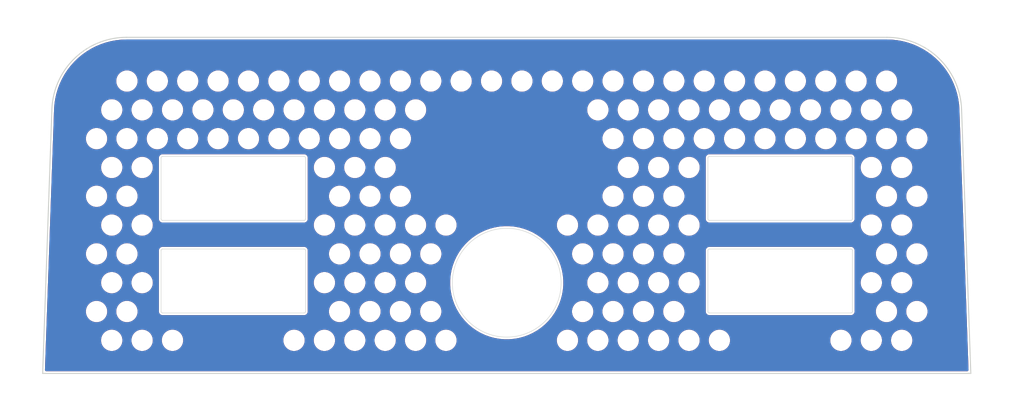
<source format=kicad_pcb>
(kicad_pcb (version 20241229) (generator "pcbnew") (generator_version "9.0")
  (layers (0 "F.Cu" signal) (2 "B.Cu" signal) (13 "F.Paste" user) (15 "B.Paste" user) (5 "F.SilkS" user "F.Silkscreen") (7 "B.SilkS" user "B.Silkscreen") (1 "F.Mask" user) (3 "B.Mask" user) (25 "Edge.Cuts" user))
  (net 0 "")
  (footprint "" (layer "F.Cu") (at 154.466 93.2)
    (property "Reference" "373" (hide yes))
    (property "Value" "")
    (pad "" np_thru_hole circle (at 0 0) (size 1.5 1.5) (drill 1.5) (layers "*.Cu" "*.Mask"))
  )
  (footprint "" (layer "F.Cu") (at 175.828 74.298)
    (property "Reference" "349" (hide yes))
    (property "Value" "")
    (pad "" np_thru_hole circle (at 0 0) (size 1.5 1.5) (drill 1.5) (layers "*.Cu" "*.Mask"))
  )
  (footprint "" (layer "F.Cu") (at 153.042 95.9)
    (property "Reference" "403" (hide yes))
    (property "Value" "")
    (pad "" np_thru_hole circle (at 0 0) (size 1.5 1.5) (drill 1.5) (layers "*.Cu" "*.Mask"))
  )
  (footprint "" (layer "F.Cu") (at 153.044 90.498)
    (property "Reference" "218" (hide yes))
    (property "Value" "")
    (pad "" np_thru_hole circle (at 0 0) (size 1.5 1.5) (drill 1.5) (layers "*.Cu" "*.Mask"))
  )
  (footprint "" (layer "F.Cu") (at 124.562 95.9)
    (property "Reference" "419" (hide yes))
    (property "Value" "")
    (pad "" np_thru_hole circle (at 0 0) (size 1.5 1.5) (drill 1.5) (layers "*.Cu" "*.Mask"))
  )
  (footprint "" (layer "F.Cu") (at 181.524 79.698)
    (property "Reference" "377" (hide yes))
    (property "Value" "")
    (pad "" np_thru_hole circle (at 0 0) (size 1.5 1.5) (drill 1.5) (layers "*.Cu" "*.Mask"))
  )
  (footprint "" (layer "F.Cu") (at 167.284 74.298)
    (property "Reference" "346" (hide yes))
    (property "Value" "")
    (pad "" np_thru_hole circle (at 0 0) (size 1.5 1.5) (drill 1.5) (layers "*.Cu" "*.Mask"))
  )
  (footprint "" (layer "F.Cu") (at 158.738 95.9)
    (property "Reference" "407" (hide yes))
    (property "Value" "")
    (pad "" np_thru_hole circle (at 0 0) (size 1.5 1.5) (drill 1.5) (layers "*.Cu" "*.Mask"))
  )
  (footprint "" (layer "F.Cu") (at 181.524 74.298)
    (property "Reference" "351" (hide yes))
    (property "Value" "")
    (pad "" np_thru_hole circle (at 0 0) (size 1.5 1.5) (drill 1.5) (layers "*.Cu" "*.Mask"))
  )
  (footprint "" (layer "F.Cu") (at 128.834 93.2)
    (property "Reference" "235" (hide yes))
    (property "Value" "")
    (pad "" np_thru_hole circle (at 0 0) (size 1.5 1.5) (drill 1.5) (layers "*.Cu" "*.Mask"))
  )
  (footprint "" (layer "F.Cu") (at 153.044 85.098)
    (property "Reference" "248" (hide yes))
    (property "Value" "")
    (pad "" np_thru_hole circle (at 0 0) (size 1.5 1.5) (drill 1.5) (layers "*.Cu" "*.Mask"))
  )
  (footprint "" (layer "F.Cu") (at 130.26 90.498)
    (property "Reference" "207" (hide yes))
    (property "Value" "")
    (pad "" np_thru_hole circle (at 0 0) (size 1.5 1.5) (drill 1.5) (layers "*.Cu" "*.Mask"))
  )
  (footprint "" (layer "F.Cu") (at 120.292 71.598)
    (property "Reference" "315" (hide yes))
    (property "Value" "")
    (pad "" np_thru_hole circle (at 0 0) (size 1.5 1.5) (drill 1.5) (layers "*.Cu" "*.Mask"))
  )
  (footprint "" (layer "F.Cu") (at 182.948 82.398)
    (property "Reference" "415" (hide yes))
    (property "Value" "")
    (pad "" np_thru_hole circle (at 0 0) (size 1.5 1.5) (drill 1.5) (layers "*.Cu" "*.Mask"))
  )
  (footprint "" (layer "F.Cu") (at 127.412 85.098)
    (property "Reference" "238" (hide yes))
    (property "Value" "")
    (pad "" np_thru_hole circle (at 0 0) (size 1.5 1.5) (drill 1.5) (layers "*.Cu" "*.Mask"))
  )
  (footprint "" (layer "F.Cu") (at 180.1 71.598)
    (property "Reference" "337" (hide yes))
    (property "Value" "")
    (pad "" np_thru_hole circle (at 0 0) (size 1.5 1.5) (drill 1.5) (layers "*.Cu" "*.Mask"))
  )
  (footprint "" (layer "F.Cu") (at 118.868 74.298)
    (property "Reference" "301" (hide yes))
    (property "Value" "")
    (pad "" np_thru_hole circle (at 0 0) (size 1.5 1.5) (drill 1.5) (layers "*.Cu" "*.Mask"))
  )
  (footprint "" (layer "F.Cu") (at 107.476 74.298)
    (property "Reference" "305" (hide yes))
    (property "Value" "")
    (pad "" np_thru_hole circle (at 0 0) (size 1.5 1.5) (drill 1.5) (layers "*.Cu" "*.Mask"))
  )
  (footprint "" (layer "F.Cu") (at 106.052 87.798)
    (property "Reference" "230" (hide yes))
    (property "Value" "")
    (pad "" np_thru_hole circle (at 0 0) (size 1.5 1.5) (drill 1.5) (layers "*.Cu" "*.Mask"))
  )
  (footprint "" (layer "F.Cu") (at 153.044 74.298)
    (property "Reference" "341" (hide yes))
    (property "Value" "")
    (pad "" np_thru_hole circle (at 0 0) (size 1.5 1.5) (drill 1.5) (layers "*.Cu" "*.Mask"))
  )
  (footprint "" (layer "F.Cu") (at 133.108 79.698)
    (property "Reference" "266" (hide yes))
    (property "Value" "")
    (pad "" np_thru_hole circle (at 0 0) (size 1.5 1.5) (drill 1.5) (layers "*.Cu" "*.Mask"))
  )
  (footprint "" (layer "F.Cu") (at 130.258 95.9)
    (property "Reference" "395" (hide yes))
    (property "Value" "")
    (pad "" np_thru_hole circle (at 0 0) (size 1.5 1.5) (drill 1.5) (layers "*.Cu" "*.Mask"))
  )
  (footprint "" (layer "F.Cu") (at 131.684 71.598)
    (property "Reference" "311" (hide yes))
    (property "Value" "")
    (pad "" np_thru_hole circle (at 0 0) (size 1.5 1.5) (drill 1.5) (layers "*.Cu" "*.Mask"))
  )
  (footprint "" (layer "F.Cu") (at 178.674 95.9)
    (property "Reference" "422" (hide yes))
    (property "Value" "")
    (pad "" np_thru_hole circle (at 0 0) (size 1.5 1.5) (drill 1.5) (layers "*.Cu" "*.Mask"))
  )
  (footprint "" (layer "F.Cu") (at 155.892 90.498)
    (property "Reference" "219" (hide yes))
    (property "Value" "")
    (pad "" np_thru_hole circle (at 0 0) (size 1.5 1.5) (drill 1.5) (layers "*.Cu" "*.Mask"))
  )
  (footprint "" (layer "F.Cu") (at 107.474 95.9)
    (property "Reference" "429" (hide yes))
    (property "Value" "")
    (pad "" np_thru_hole circle (at 0 0) (size 1.5 1.5) (drill 1.5) (layers "*.Cu" "*.Mask"))
  )
  (footprint "" (layer "F.Cu") (at 117.444 76.998)
    (property "Reference" "286" (hide yes))
    (property "Value" "")
    (pad "" np_thru_hole circle (at 0 0) (size 1.5 1.5) (drill 1.5) (layers "*.Cu" "*.Mask"))
  )
  (footprint "" (layer "F.Cu") (at 135.956 74.298)
    (property "Reference" "307" (hide yes))
    (property "Value" "")
    (pad "" np_thru_hole circle (at 0 0) (size 1.5 1.5) (drill 1.5) (layers "*.Cu" "*.Mask"))
  )
  (footprint "" (layer "F.Cu") (at 182.948 87.798)
    (property "Reference" "413" (hide yes))
    (property "Value" "")
    (pad "" np_thru_hole circle (at 0 0) (size 1.5 1.5) (drill 1.5) (layers "*.Cu" "*.Mask"))
  )
  (footprint "" (layer "F.Cu") (at 107.476 90.498)
    (property "Reference" "215" (hide yes))
    (property "Value" "")
    (pad "" np_thru_hole circle (at 0 0) (size 1.5 1.5) (drill 1.5) (layers "*.Cu" "*.Mask"))
  )
  (footprint "LOGO" (layer "F.Cu") (at 170.13 95.75)
    (property "Reference" "G***" (hide yes))
    (property "Value" "LOGO" (hide yes))
  )
  (footprint "" (layer "F.Cu") (at 178.676 79.698)
    (property "Reference" "376" (hide yes))
    (property "Value" "")
    (pad "" np_thru_hole circle (at 0 0) (size 1.5 1.5) (drill 1.5) (layers "*.Cu" "*.Mask"))
  )
  (footprint "" (layer "F.Cu") (at 158.74 85.098)
    (property "Reference" "263" (hide yes))
    (property "Value" "")
    (pad "" np_thru_hole circle (at 0 0) (size 1.5 1.5) (drill 1.5) (layers "*.Cu" "*.Mask"))
  )
  (footprint "" (layer "F.Cu") (at 161.586 95.9)
    (property "Reference" "416" (hide yes))
    (property "Value" "")
    (pad "" np_thru_hole circle (at 0 0) (size 1.5 1.5) (drill 1.5) (layers "*.Cu" "*.Mask"))
  )
  (footprint "" (layer "F.Cu") (at 133.108 74.298)
    (property "Reference" "296" (hide yes))
    (property "Value" "")
    (pad "" np_thru_hole circle (at 0 0) (size 1.5 1.5) (drill 1.5) (layers "*.Cu" "*.Mask"))
  )
  (footprint "" (layer "F.Cu") (at 113.172 74.298)
    (property "Reference" "303" (hide yes))
    (property "Value" "")
    (pad "" np_thru_hole circle (at 0 0) (size 1.5 1.5) (drill 1.5) (layers "*.Cu" "*.Mask"))
  )
  (footprint "" (layer "F.Cu") (at 158.74 74.298)
    (property "Reference" "343" (hide yes))
    (property "Value" "")
    (pad "" np_thru_hole circle (at 0 0) (size 1.5 1.5) (drill 1.5) (layers "*.Cu" "*.Mask"))
  )
  (footprint "" (layer "F.Cu") (at 131.684 82.398)
    (property "Reference" "251" (hide yes))
    (property "Value" "")
    (pad "" np_thru_hole circle (at 0 0) (size 1.5 1.5) (drill 1.5) (layers "*.Cu" "*.Mask"))
  )
  (footprint "" (layer "F.Cu") (at 137.38 87.798)
    (property "Reference" "224" (hide yes))
    (property "Value" "")
    (pad "" np_thru_hole circle (at 0 0) (size 1.5 1.5) (drill 1.5) (layers "*.Cu" "*.Mask"))
  )
  (footprint "" (layer "F.Cu") (at 155.892 79.698)
    (property "Reference" "279" (hide yes))
    (property "Value" "")
    (pad "" np_thru_hole circle (at 0 0) (size 1.5 1.5) (drill 1.5) (layers "*.Cu" "*.Mask"))
  )
  (footprint "" (layer "F.Cu") (at 110.324 74.298)
    (property "Reference" "304" (hide yes))
    (property "Value" "")
    (pad "" np_thru_hole circle (at 0 0) (size 1.5 1.5) (drill 1.5) (layers "*.Cu" "*.Mask"))
  )
  (footprint "" (layer "F.Cu") (at 171.556 76.998)
    (property "Reference" "363" (hide yes))
    (property "Value" "")
    (pad "" np_thru_hole circle (at 0 0) (size 1.5 1.5) (drill 1.5) (layers "*.Cu" "*.Mask"))
  )
  (footprint "" (layer "F.Cu") (at 135.954 95.9)
    (property "Reference" "397" (hide yes))
    (property "Value" "")
    (pad "" np_thru_hole circle (at 0 0) (size 1.5 1.5) (drill 1.5) (layers "*.Cu" "*.Mask"))
  )
  (footprint "" (layer "F.Cu") (at 151.618 93.2)
    (property "Reference" "372" (hide yes))
    (property "Value" "")
    (pad "" np_thru_hole circle (at 0 0) (size 1.5 1.5) (drill 1.5) (layers "*.Cu" "*.Mask"))
  )
  (footprint "" (layer "F.Cu") (at 157.316 76.998)
    (property "Reference" "358" (hide yes))
    (property "Value" "")
    (pad "" np_thru_hole circle (at 0 0) (size 1.5 1.5) (drill 1.5) (layers "*.Cu" "*.Mask"))
  )
  (footprint "" (layer "F.Cu") (at 163.012 76.998)
    (property "Reference" "360" (hide yes))
    (property "Value" "")
    (pad "" np_thru_hole circle (at 0 0) (size 1.5 1.5) (drill 1.5) (layers "*.Cu" "*.Mask"))
  )
  (footprint "" (layer "F.Cu") (at 161.588 90.498)
    (property "Reference" "380" (hide yes))
    (property "Value" "")
    (pad "" np_thru_hole circle (at 0 0) (size 1.5 1.5) (drill 1.5) (layers "*.Cu" "*.Mask"))
  )
  (footprint "" (layer "F.Cu") (at 114.596 76.998)
    (property "Reference" "287" (hide yes))
    (property "Value" "")
    (pad "" np_thru_hole circle (at 0 0) (size 1.5 1.5) (drill 1.5) (layers "*.Cu" "*.Mask"))
  )
  (footprint "" (layer "F.Cu") (at 160.164 76.998)
    (property "Reference" "359" (hide yes))
    (property "Value" "")
    (pad "" np_thru_hole circle (at 0 0) (size 1.5 1.5) (drill 1.5) (layers "*.Cu" "*.Mask"))
  )
  (footprint "" (layer "F.Cu") (at 131.684 76.998)
    (property "Reference" "281" (hide yes))
    (property "Value" "")
    (pad "" np_thru_hole circle (at 0 0) (size 1.5 1.5) (drill 1.5) (layers "*.Cu" "*.Mask"))
  )
  (footprint "LOGO" (layer "F.Cu") (at 118.87 95.75)
    (property "Reference" "G***" (hide yes))
    (property "Value" "LOGO" (hide yes))
  )
  (footprint "" (layer "F.Cu") (at 113.17 95.9)
    (property "Reference" "427" (hide yes))
    (property "Value" "")
    (pad "" np_thru_hole circle (at 0 0) (size 1.5 1.5) (drill 1.5) (layers "*.Cu" "*.Mask"))
  )
  (footprint "" (layer "F.Cu") (at 150.194 95.9)
    (property "Reference" "402" (hide yes))
    (property "Value" "")
    (pad "" np_thru_hole circle (at 0 0) (size 1.5 1.5) (drill 1.5) (layers "*.Cu" "*.Mask"))
  )
  (footprint "" (layer "F.Cu") (at 134.532 71.598)
    (property "Reference" "321" (hide yes))
    (property "Value" "")
    (pad "" np_thru_hole circle (at 0 0) (size 1.5 1.5) (drill 1.5) (layers "*.Cu" "*.Mask"))
  )
  (footprint "" (layer "F.Cu") (at 124.564 74.298)
    (property "Reference" "299" (hide yes))
    (property "Value" "")
    (pad "" np_thru_hole circle (at 0 0) (size 1.5 1.5) (drill 1.5) (layers "*.Cu" "*.Mask"))
  )
  (footprint "" (layer "F.Cu") (at 164.436 74.298)
    (property "Reference" "345" (hide yes))
    (property "Value" "")
    (pad "" np_thru_hole circle (at 0 0) (size 1.5 1.5) (drill 1.5) (layers "*.Cu" "*.Mask"))
  )
  (footprint "" (layer "F.Cu") (at 131.684 87.798)
    (property "Reference" "221" (hide yes))
    (property "Value" "")
    (pad "" np_thru_hole circle (at 0 0) (size 1.5 1.5) (drill 1.5) (layers "*.Cu" "*.Mask"))
  )
  (footprint "" (layer "F.Cu") (at 137.38 71.598)
    (property "Reference" "322" (hide yes))
    (property "Value" "")
    (pad "" np_thru_hole circle (at 0 0) (size 1.5 1.5) (drill 1.5) (layers "*.Cu" "*.Mask"))
  )
  (footprint "" (layer "F.Cu") (at 123.14 76.998)
    (property "Reference" "284" (hide yes))
    (property "Value" "")
    (pad "" np_thru_hole circle (at 0 0) (size 1.5 1.5) (drill 1.5) (layers "*.Cu" "*.Mask"))
  )
  (footprint "" (layer "F.Cu") (at 180.098 93.2)
    (property "Reference" "389" (hide yes))
    (property "Value" "")
    (pad "" np_thru_hole circle (at 0 0) (size 1.5 1.5) (drill 1.5) (layers "*.Cu" "*.Mask"))
  )
  (footprint "" (layer "F.Cu") (at 133.108 85.098)
    (property "Reference" "236" (hide yes))
    (property "Value" "")
    (pad "" np_thru_hole circle (at 0 0) (size 1.5 1.5) (drill 1.5) (layers "*.Cu" "*.Mask"))
  )
  (footprint "" (layer "F.Cu") (at 106.052 82.398)
    (property "Reference" "260" (hide yes))
    (property "Value" "")
    (pad "" np_thru_hole circle (at 0 0) (size 1.5 1.5) (drill 1.5) (layers "*.Cu" "*.Mask"))
  )
  (footprint "" (layer "F.Cu") (at 161.588 85.098)
    (property "Reference" "382" (hide yes))
    (property "Value" "")
    (pad "" np_thru_hole circle (at 0 0) (size 1.5 1.5) (drill 1.5) (layers "*.Cu" "*.Mask"))
  )
  (footprint "" (layer "F.Cu") (at 125.988 76.998)
    (property "Reference" "283" (hide yes))
    (property "Value" "")
    (pad "" np_thru_hole circle (at 0 0) (size 1.5 1.5) (drill 1.5) (layers "*.Cu" "*.Mask"))
  )
  (footprint "" (layer "F.Cu") (at 127.412 74.298)
    (property "Reference" "298" (hide yes))
    (property "Value" "")
    (pad "" np_thru_hole circle (at 0 0) (size 1.5 1.5) (drill 1.5) (layers "*.Cu" "*.Mask"))
  )
  (footprint "" (layer "F.Cu") (at 135.956 90.498)
    (property "Reference" "209" (hide yes))
    (property "Value" "")
    (pad "" np_thru_hole circle (at 0 0) (size 1.5 1.5) (drill 1.5) (layers "*.Cu" "*.Mask"))
  )
  (footprint "" (layer "F.Cu") (at 160.162 93.2)
    (property "Reference" "375" (hide yes))
    (property "Value" "")
    (pad "" np_thru_hole circle (at 0 0) (size 1.5 1.5) (drill 1.5) (layers "*.Cu" "*.Mask"))
  )
  (footprint "" (layer "F.Cu") (at 108.9 82.398)
    (property "Reference" "259" (hide yes))
    (property "Value" "")
    (pad "" np_thru_hole circle (at 0 0) (size 1.5 1.5) (drill 1.5) (layers "*.Cu" "*.Mask"))
  )
  (footprint "" (layer "F.Cu") (at 130.26 85.098)
    (property "Reference" "237" (hide yes))
    (property "Value" "")
    (pad "" np_thru_hole circle (at 0 0) (size 1.5 1.5) (drill 1.5) (layers "*.Cu" "*.Mask"))
  )
  (footprint "" (layer "F.Cu") (at 117.444 71.598)
    (property "Reference" "316" (hide yes))
    (property "Value" "")
    (pad "" np_thru_hole circle (at 0 0) (size 1.5 1.5) (drill 1.5) (layers "*.Cu" "*.Mask"))
  )
  (footprint "" (layer "F.Cu") (at 130.26 74.298)
    (property "Reference" "297" (hide yes))
    (property "Value" "")
    (pad "" np_thru_hole circle (at 0 0) (size 1.5 1.5) (drill 1.5) (layers "*.Cu" "*.Mask"))
  )
  (footprint "" (layer "F.Cu") (at 154.468 87.798)
    (property "Reference" "232" (hide yes))
    (property "Value" "")
    (pad "" np_thru_hole circle (at 0 0) (size 1.5 1.5) (drill 1.5) (layers "*.Cu" "*.Mask"))
  )
  (footprint "" (layer "F.Cu") (at 155.89 95.9)
    (property "Reference" "405" (hide yes))
    (property "Value" "")
    (pad "" np_thru_hole circle (at 0 0) (size 1.5 1.5) (drill 1.5) (layers "*.Cu" "*.Mask"))
  )
  (footprint "" (layer "F.Cu") (at 137.378 93.2)
    (property "Reference" "280" (hide yes))
    (property "Value" "")
    (pad "" np_thru_hole circle (at 0 0) (size 1.5 1.5) (drill 1.5) (layers "*.Cu" "*.Mask"))
  )
  (footprint "" (layer "F.Cu") (at 180.1 76.998)
    (property "Reference" "366" (hide yes))
    (property "Value" "")
    (pad "" np_thru_hole circle (at 0 0) (size 1.5 1.5) (drill 1.5) (layers "*.Cu" "*.Mask"))
  )
  (footprint "" (layer "F.Cu") (at 138.804 85.098)
    (property "Reference" "240" (hide yes))
    (property "Value" "")
    (pad "" np_thru_hole circle (at 0 0) (size 1.5 1.5) (drill 1.5) (layers "*.Cu" "*.Mask"))
  )
  (footprint "" (layer "F.Cu") (at 158.74 90.498)
    (property "Reference" "233" (hide yes))
    (property "Value" "")
    (pad "" np_thru_hole circle (at 0 0) (size 1.5 1.5) (drill 1.5) (layers "*.Cu" "*.Mask"))
  )
  (footprint "" (layer "F.Cu") (at 181.524 90.498)
    (property "Reference" "408" (hide yes))
    (property "Value" "")
    (pad "" np_thru_hole circle (at 0 0) (size 1.5 1.5) (drill 1.5) (layers "*.Cu" "*.Mask"))
  )
  (footprint "" (layer "F.Cu") (at 175.826 95.9)
    (property "Reference" "421" (hide yes))
    (property "Value" "")
    (pad "" np_thru_hole circle (at 0 0) (size 1.5 1.5) (drill 1.5) (layers "*.Cu" "*.Mask"))
  )
  (footprint "" (layer "F.Cu") (at 157.316 71.598)
    (property "Reference" "329" (hide yes))
    (property "Value" "")
    (pad "" np_thru_hole circle (at 0 0) (size 1.5 1.5) (drill 1.5) (layers "*.Cu" "*.Mask"))
  )
  (footprint "" (layer "F.Cu") (at 180.1 87.798)
    (property "Reference" "409" (hide yes))
    (property "Value" "")
    (pad "" np_thru_hole circle (at 0 0) (size 1.5 1.5) (drill 1.5) (layers "*.Cu" "*.Mask"))
  )
  (footprint "" (layer "F.Cu") (at 134.532 87.798)
    (property "Reference" "223" (hide yes))
    (property "Value" "")
    (pad "" np_thru_hole circle (at 0 0) (size 1.5 1.5) (drill 1.5) (layers "*.Cu" "*.Mask"))
  )
  (footprint "" (layer "F.Cu") (at 154.468 76.998)
    (property "Reference" "357" (hide yes))
    (property "Value" "")
    (pad "" np_thru_hole circle (at 0 0) (size 1.5 1.5) (drill 1.5) (layers "*.Cu" "*.Mask"))
  )
  (footprint "" (layer "F.Cu") (at 127.412 79.698)
    (property "Reference" "268" (hide yes))
    (property "Value" "")
    (pad "" np_thru_hole circle (at 0 0) (size 1.5 1.5) (drill 1.5) (layers "*.Cu" "*.Mask"))
  )
  (footprint "" (layer "F.Cu") (at 111.748 76.998)
    (property "Reference" "288" (hide yes))
    (property "Value" "")
    (pad "" np_thru_hole circle (at 0 0) (size 1.5 1.5) (drill 1.5) (layers "*.Cu" "*.Mask"))
  )
  (footprint "" (layer "F.Cu") (at 157.316 87.798)
    (property "Reference" "234" (hide yes))
    (property "Value" "")
    (pad "" np_thru_hole circle (at 0 0) (size 1.5 1.5) (drill 1.5) (layers "*.Cu" "*.Mask"))
  )
  (footprint "" (layer "F.Cu") (at 134.532 82.398)
    (property "Reference" "253" (hide yes))
    (property "Value" "")
    (pad "" np_thru_hole circle (at 0 0) (size 1.5 1.5) (drill 1.5) (layers "*.Cu" "*.Mask"))
  )
  (footprint "" (layer "F.Cu") (at 140.228 71.598)
    (property "Reference" "323" (hide yes))
    (property "Value" "")
    (pad "" np_thru_hole circle (at 0 0) (size 1.5 1.5) (drill 1.5) (layers "*.Cu" "*.Mask"))
  )
  (footprint "" (layer "F.Cu") (at 107.476 79.698)
    (property "Reference" "275" (hide yes))
    (property "Value" "")
    (pad "" np_thru_hole circle (at 0 0) (size 1.5 1.5) (drill 1.5) (layers "*.Cu" "*.Mask"))
  )
  (footprint "" (layer "F.Cu") (at 155.892 74.298)
    (property "Reference" "342" (hide yes))
    (property "Value" "")
    (pad "" np_thru_hole circle (at 0 0) (size 1.5 1.5) (drill 1.5) (layers "*.Cu" "*.Mask"))
  )
  (footprint "" (layer "F.Cu") (at 163.012 71.598)
    (property "Reference" "331" (hide yes))
    (property "Value" "")
    (pad "" np_thru_hole circle (at 0 0) (size 1.5 1.5) (drill 1.5) (layers "*.Cu" "*.Mask"))
  )
  (footprint "" (layer "F.Cu") (at 174.404 76.998)
    (property "Reference" "364" (hide yes))
    (property "Value" "")
    (pad "" np_thru_hole circle (at 0 0) (size 1.5 1.5) (drill 1.5) (layers "*.Cu" "*.Mask"))
  )
  (footprint "" (layer "F.Cu") (at 110.322 95.9)
    (property "Reference" "428" (hide yes))
    (property "Value" "")
    (pad "" np_thru_hole circle (at 0 0) (size 1.5 1.5) (drill 1.5) (layers "*.Cu" "*.Mask"))
  )
  (footprint "" (layer "F.Cu") (at 110.324 79.698)
    (property "Reference" "274" (hide yes))
    (property "Value" "")
    (pad "" np_thru_hole circle (at 0 0) (size 1.5 1.5) (drill 1.5) (layers "*.Cu" "*.Mask"))
  )
  (footprint "" (layer "F.Cu") (at 165.86 71.598)
    (property "Reference" "332" (hide yes))
    (property "Value" "")
    (pad "" np_thru_hole circle (at 0 0) (size 1.5 1.5) (drill 1.5) (layers "*.Cu" "*.Mask"))
  )
  (footprint "" (layer "F.Cu") (at 138.802 95.9)
    (property "Reference" "398" (hide yes))
    (property "Value" "")
    (pad "" np_thru_hole circle (at 0 0) (size 1.5 1.5) (drill 1.5) (layers "*.Cu" "*.Mask"))
  )
  (footprint "" (layer "F.Cu") (at 172.98 74.298)
    (property "Reference" "348" (hide yes))
    (property "Value" "")
    (pad "" np_thru_hole circle (at 0 0) (size 1.5 1.5) (drill 1.5) (layers "*.Cu" "*.Mask"))
  )
  (footprint "" (layer "F.Cu") (at 178.676 74.298)
    (property "Reference" "350" (hide yes))
    (property "Value" "")
    (pad "" np_thru_hole circle (at 0 0) (size 1.5 1.5) (drill 1.5) (layers "*.Cu" "*.Mask"))
  )
  (footprint "" (layer "F.Cu") (at 161.588 79.698)
    (property "Reference" "370" (hide yes))
    (property "Value" "")
    (pad "" np_thru_hole circle (at 0 0) (size 1.5 1.5) (drill 1.5) (layers "*.Cu" "*.Mask"))
  )
  (footprint "" (layer "F.Cu") (at 165.86 76.998)
    (property "Reference" "361" (hide yes))
    (property "Value" "")
    (pad "" np_thru_hole circle (at 0 0) (size 1.5 1.5) (drill 1.5) (layers "*.Cu" "*.Mask"))
  )
  (footprint "" (layer "F.Cu") (at 130.26 79.698)
    (property "Reference" "267" (hide yes))
    (property "Value" "")
    (pad "" np_thru_hole circle (at 0 0) (size 1.5 1.5) (drill 1.5) (layers "*.Cu" "*.Mask"))
  )
  (footprint "" (layer "F.Cu") (at 181.524 85.098)
    (property "Reference" "410" (hide yes))
    (property "Value" "")
    (pad "" np_thru_hole circle (at 0 0) (size 1.5 1.5) (drill 1.5) (layers "*.Cu" "*.Mask"))
  )
  (footprint "" (layer "F.Cu") (at 157.316 82.398)
    (property "Reference" "264" (hide yes))
    (property "Value" "")
    (pad "" np_thru_hole circle (at 0 0) (size 1.5 1.5) (drill 1.5) (layers "*.Cu" "*.Mask"))
  )
  (footprint "" (layer "F.Cu") (at 168.708 71.598)
    (property "Reference" "333" (hide yes))
    (property "Value" "")
    (pad "" np_thru_hole circle (at 0 0) (size 1.5 1.5) (drill 1.5) (layers "*.Cu" "*.Mask"))
  )
  (footprint "" (layer "F.Cu") (at 164.434 95.9)
    (property "Reference" "417" (hide yes))
    (property "Value" "")
    (pad "" np_thru_hole circle (at 0 0) (size 1.5 1.5) (drill 1.5) (layers "*.Cu" "*.Mask"))
  )
  (footprint "" (layer "F.Cu") (at 181.522 95.9)
    (property "Reference" "423" (hide yes))
    (property "Value" "")
    (pad "" np_thru_hole circle (at 0 0) (size 1.5 1.5) (drill 1.5) (layers "*.Cu" "*.Mask"))
  )
  (footprint "" (layer "F.Cu") (at 174.404 71.598)
    (property "Reference" "335" (hide yes))
    (property "Value" "")
    (pad "" np_thru_hole circle (at 0 0) (size 1.5 1.5) (drill 1.5) (layers "*.Cu" "*.Mask"))
  )
  (footprint "" (layer "F.Cu") (at 155.892 85.098)
    (property "Reference" "249" (hide yes))
    (property "Value" "")
    (pad "" np_thru_hole circle (at 0 0) (size 1.5 1.5) (drill 1.5) (layers "*.Cu" "*.Mask"))
  )
  (footprint "" (layer "F.Cu") (at 106.052 76.998)
    (property "Reference" "290" (hide yes))
    (property "Value" "")
    (pad "" np_thru_hole circle (at 0 0) (size 1.5 1.5) (drill 1.5) (layers "*.Cu" "*.Mask"))
  )
  (footprint "" (layer "F.Cu") (at 121.716 74.298)
    (property "Reference" "300" (hide yes))
    (property "Value" "")
    (pad "" np_thru_hole circle (at 0 0) (size 1.5 1.5) (drill 1.5) (layers "*.Cu" "*.Mask"))
  )
  (footprint "" (layer "F.Cu") (at 120.292 76.998)
    (property "Reference" "285" (hide yes))
    (property "Value" "")
    (pad "" np_thru_hole circle (at 0 0) (size 1.5 1.5) (drill 1.5) (layers "*.Cu" "*.Mask"))
  )
  (footprint "" (layer "F.Cu") (at 182.946 93.2)
    (property "Reference" "390" (hide yes))
    (property "Value" "")
    (pad "" np_thru_hole circle (at 0 0) (size 1.5 1.5) (drill 1.5) (layers "*.Cu" "*.Mask"))
  )
  (footprint "" (layer "F.Cu") (at 128.836 76.998)
    (property "Reference" "282" (hide yes))
    (property "Value" "")
    (pad "" np_thru_hole circle (at 0 0) (size 1.5 1.5) (drill 1.5) (layers "*.Cu" "*.Mask"))
  )
  (footprint "" (layer "F.Cu") (at 151.62 87.798)
    (property "Reference" "231" (hide yes))
    (property "Value" "")
    (pad "" np_thru_hole circle (at 0 0) (size 1.5 1.5) (drill 1.5) (layers "*.Cu" "*.Mask"))
  )
  (footprint "" (layer "F.Cu") (at 134.532 76.998)
    (property "Reference" "291" (hide yes))
    (property "Value" "")
    (pad "" np_thru_hole circle (at 0 0) (size 1.5 1.5) (drill 1.5) (layers "*.Cu" "*.Mask"))
  )
  (footprint "LOGO" (layer "F.Cu") (at 149.43 79.11)
    (property "Reference" "G***" (hide yes))
    (property "Value" "LOGO" (hide yes))
  )
  (footprint "" (layer "F.Cu") (at 177.252 71.598)
    (property "Reference" "336" (hide yes))
    (property "Value" "")
    (pad "" np_thru_hole circle (at 0 0) (size 1.5 1.5) (drill 1.5) (layers "*.Cu" "*.Mask"))
  )
  (footprint "" (layer "F.Cu") (at 158.74 79.698)
    (property "Reference" "369" (hide yes))
    (property "Value" "")
    (pad "" np_thru_hole circle (at 0 0) (size 1.5 1.5) (drill 1.5) (layers "*.Cu" "*.Mask"))
  )
  (footprint "" (layer "F.Cu") (at 128.836 82.398)
    (property "Reference" "252" (hide yes))
    (property "Value" "")
    (pad "" np_thru_hole circle (at 0 0) (size 1.5 1.5) (drill 1.5) (layers "*.Cu" "*.Mask"))
  )
  (footprint "" (layer "F.Cu") (at 171.556 71.598)
    (property "Reference" "334" (hide yes))
    (property "Value" "")
    (pad "" np_thru_hole circle (at 0 0) (size 1.5 1.5) (drill 1.5) (layers "*.Cu" "*.Mask"))
  )
  (footprint "" (layer "F.Cu") (at 108.9 71.598)
    (property "Reference" "319" (hide yes))
    (property "Value" "")
    (pad "" np_thru_hole circle (at 0 0) (size 1.5 1.5) (drill 1.5) (layers "*.Cu" "*.Mask"))
  )
  (footprint "" (layer "F.Cu") (at 154.468 71.598)
    (property "Reference" "328" (hide yes))
    (property "Value" "")
    (pad "" np_thru_hole circle (at 0 0) (size 1.5 1.5) (drill 1.5) (layers "*.Cu" "*.Mask"))
  )
  (footprint "" (layer "F.Cu") (at 177.252 76.998)
    (property "Reference" "365" (hide yes))
    (property "Value" "")
    (pad "" np_thru_hole circle (at 0 0) (size 1.5 1.5) (drill 1.5) (layers "*.Cu" "*.Mask"))
  )
  (footprint "" (layer "F.Cu") (at 123.14 71.598)
    (property "Reference" "314" (hide yes))
    (property "Value" "")
    (pad "" np_thru_hole circle (at 0 0) (size 1.5 1.5) (drill 1.5) (layers "*.Cu" "*.Mask"))
  )
  (footprint "" (layer "F.Cu") (at 154.468 82.398)
    (property "Reference" "262" (hide yes))
    (property "Value" "")
    (pad "" np_thru_hole circle (at 0 0) (size 1.5 1.5) (drill 1.5) (layers "*.Cu" "*.Mask"))
  )
  (footprint "" (layer "F.Cu") (at 133.108 90.498)
    (property "Reference" "206" (hide yes))
    (property "Value" "")
    (pad "" np_thru_hole circle (at 0 0) (size 1.5 1.5) (drill 1.5) (layers "*.Cu" "*.Mask"))
  )
  (footprint "" (layer "F.Cu") (at 151.62 71.598)
    (property "Reference" "327" (hide yes))
    (property "Value" "")
    (pad "" np_thru_hole circle (at 0 0) (size 1.5 1.5) (drill 1.5) (layers "*.Cu" "*.Mask"))
  )
  (footprint "" (layer "F.Cu") (at 178.676 85.098)
    (property "Reference" "406" (hide yes))
    (property "Value" "")
    (pad "" np_thru_hole circle (at 0 0) (size 1.5 1.5) (drill 1.5) (layers "*.Cu" "*.Mask"))
  )
  (footprint "" (layer "F.Cu") (at 131.682 93.2)
    (property "Reference" "250" (hide yes))
    (property "Value" "")
    (pad "" np_thru_hole circle (at 0 0) (size 1.5 1.5) (drill 1.5) (layers "*.Cu" "*.Mask"))
  )
  (footprint "" (layer "F.Cu") (at 134.53 93.2)
    (property "Reference" "265" (hide yes))
    (property "Value" "")
    (pad "" np_thru_hole circle (at 0 0) (size 1.5 1.5) (drill 1.5) (layers "*.Cu" "*.Mask"))
  )
  (footprint "" (layer "F.Cu") (at 180.1 82.398)
    (property "Reference" "411" (hide yes))
    (property "Value" "")
    (pad "" np_thru_hole circle (at 0 0) (size 1.5 1.5) (drill 1.5) (layers "*.Cu" "*.Mask"))
  )
  (footprint "" (layer "F.Cu") (at 125.988 71.598)
    (property "Reference" "313" (hide yes))
    (property "Value" "")
    (pad "" np_thru_hole circle (at 0 0) (size 1.5 1.5) (drill 1.5) (layers "*.Cu" "*.Mask"))
  )
  (footprint "" (layer "F.Cu") (at 160.164 71.598)
    (property "Reference" "330" (hide yes))
    (property "Value" "")
    (pad "" np_thru_hole circle (at 0 0) (size 1.5 1.5) (drill 1.5) (layers "*.Cu" "*.Mask"))
  )
  (footprint "" (layer "F.Cu") (at 160.164 87.798)
    (property "Reference" "381" (hide yes))
    (property "Value" "")
    (pad "" np_thru_hole circle (at 0 0) (size 1.5 1.5) (drill 1.5) (layers "*.Cu" "*.Mask"))
  )
  (footprint "" (layer "F.Cu") (at 110.324 90.498)
    (property "Reference" "214" (hide yes))
    (property "Value" "")
    (pad "" np_thru_hole circle (at 0 0) (size 1.5 1.5) (drill 1.5) (layers "*.Cu" "*.Mask"))
  )
  (footprint "" (layer "F.Cu") (at 178.676 90.498)
    (property "Reference" "404" (hide yes))
    (property "Value" "")
    (pad "" np_thru_hole circle (at 0 0) (size 1.5 1.5) (drill 1.5) (layers "*.Cu" "*.Mask"))
  )
  (footprint "" (layer "F.Cu") (at 150.196 85.098)
    (property "Reference" "247" (hide yes))
    (property "Value" "")
    (pad "" np_thru_hole circle (at 0 0) (size 1.5 1.5) (drill 1.5) (layers "*.Cu" "*.Mask"))
  )
  (footprint "" (layer "F.Cu") (at 127.412 90.498)
    (property "Reference" "208" (hide yes))
    (property "Value" "")
    (pad "" np_thru_hole circle (at 0 0) (size 1.5 1.5) (drill 1.5) (layers "*.Cu" "*.Mask"))
  )
  (footprint "" (layer "F.Cu") (at 108.898 93.2)
    (property "Reference" "391" (hide yes))
    (property "Value" "")
    (pad "" np_thru_hole circle (at 0 0) (size 1.5 1.5) (drill 1.5) (layers "*.Cu" "*.Mask"))
  )
  (footprint "" (layer "F.Cu") (at 106.05 93.2)
    (property "Reference" "392" (hide yes))
    (property "Value" "")
    (pad "" np_thru_hole circle (at 0 0) (size 1.5 1.5) (drill 1.5) (layers "*.Cu" "*.Mask"))
  )
  (footprint "" (layer "F.Cu") (at 145.924 71.598)
    (property "Reference" "325" (hide yes))
    (property "Value" "")
    (pad "" np_thru_hole circle (at 0 0) (size 1.5 1.5) (drill 1.5) (layers "*.Cu" "*.Mask"))
  )
  (footprint "" (layer "F.Cu") (at 116.02 74.298)
    (property "Reference" "302" (hide yes))
    (property "Value" "")
    (pad "" np_thru_hole circle (at 0 0) (size 1.5 1.5) (drill 1.5) (layers "*.Cu" "*.Mask"))
  )
  (footprint "" (layer "F.Cu") (at 128.836 87.798)
    (property "Reference" "222" (hide yes))
    (property "Value" "")
    (pad "" np_thru_hole circle (at 0 0) (size 1.5 1.5) (drill 1.5) (layers "*.Cu" "*.Mask"))
  )
  (footprint "" (layer "F.Cu") (at 135.956 85.098)
    (property "Reference" "239" (hide yes))
    (property "Value" "")
    (pad "" np_thru_hole circle (at 0 0) (size 1.5 1.5) (drill 1.5) (layers "*.Cu" "*.Mask"))
  )
  (footprint "" (layer "F.Cu") (at 127.41 95.9)
    (property "Reference" "418" (hide yes))
    (property "Value" "")
    (pad "" np_thru_hole circle (at 0 0) (size 1.5 1.5) (drill 1.5) (layers "*.Cu" "*.Mask"))
  )
  (footprint "" (layer "F.Cu") (at 110.324 85.098)
    (property "Reference" "244" (hide yes))
    (property "Value" "")
    (pad "" np_thru_hole circle (at 0 0) (size 1.5 1.5) (drill 1.5) (layers "*.Cu" "*.Mask"))
  )
  (footprint "" (layer "F.Cu") (at 161.588 74.298)
    (property "Reference" "344" (hide yes))
    (property "Value" "")
    (pad "" np_thru_hole circle (at 0 0) (size 1.5 1.5) (drill 1.5) (layers "*.Cu" "*.Mask"))
  )
  (footprint "" (layer "F.Cu") (at 148.772 71.598)
    (property "Reference" "326" (hide yes))
    (property "Value" "")
    (pad "" np_thru_hole circle (at 0 0) (size 1.5 1.5) (drill 1.5) (layers "*.Cu" "*.Mask"))
  )
  (footprint "" (layer "F.Cu") (at 107.476 85.098)
    (property "Reference" "245" (hide yes))
    (property "Value" "")
    (pad "" np_thru_hole circle (at 0 0) (size 1.5 1.5) (drill 1.5) (layers "*.Cu" "*.Mask"))
  )
  (footprint "" (layer "F.Cu") (at 168.708 76.998)
    (property "Reference" "362" (hide yes))
    (property "Value" "")
    (pad "" np_thru_hole circle (at 0 0) (size 1.5 1.5) (drill 1.5) (layers "*.Cu" "*.Mask"))
  )
  (footprint "" (layer "F.Cu") (at 170.132 74.298)
    (property "Reference" "347" (hide yes))
    (property "Value" "")
    (pad "" np_thru_hole circle (at 0 0) (size 1.5 1.5) (drill 1.5) (layers "*.Cu" "*.Mask"))
  )
  (footprint "" (layer "F.Cu") (at 143.076 71.598)
    (property "Reference" "324" (hide yes))
    (property "Value" "")
    (pad "" np_thru_hole circle (at 0 0) (size 1.5 1.5) (drill 1.5) (layers "*.Cu" "*.Mask"))
  )
  (footprint "" (layer "F.Cu") (at 128.836 71.598)
    (property "Reference" "312" (hide yes))
    (property "Value" "")
    (pad "" np_thru_hole circle (at 0 0) (size 1.5 1.5) (drill 1.5) (layers "*.Cu" "*.Mask"))
  )
  (footprint "" (layer "F.Cu") (at 108.9 76.998)
    (property "Reference" "289" (hide yes))
    (property "Value" "")
    (pad "" np_thru_hole circle (at 0 0) (size 1.5 1.5) (drill 1.5) (layers "*.Cu" "*.Mask"))
  )
  (footprint "" (layer "F.Cu") (at 111.748 71.598)
    (property "Reference" "318" (hide yes))
    (property "Value" "")
    (pad "" np_thru_hole circle (at 0 0) (size 1.5 1.5) (drill 1.5) (layers "*.Cu" "*.Mask"))
  )
  (footprint "" (layer "F.Cu") (at 114.596 71.598)
    (property "Reference" "317" (hide yes))
    (property "Value" "")
    (pad "" np_thru_hole circle (at 0 0) (size 1.5 1.5) (drill 1.5) (layers "*.Cu" "*.Mask"))
  )
  (footprint "" (layer "F.Cu") (at 160.164 82.398)
    (property "Reference" "383" (hide yes))
    (property "Value" "")
    (pad "" np_thru_hole circle (at 0 0) (size 1.5 1.5) (drill 1.5) (layers "*.Cu" "*.Mask"))
  )
  (footprint "" (layer "F.Cu") (at 182.948 76.998)
    (property "Reference" "367" (hide yes))
    (property "Value" "")
    (pad "" np_thru_hole circle (at 0 0) (size 1.5 1.5) (drill 1.5) (layers "*.Cu" "*.Mask"))
  )
  (footprint "" (layer "F.Cu") (at 133.106 95.9)
    (property "Reference" "396" (hide yes))
    (property "Value" "")
    (pad "" np_thru_hole circle (at 0 0) (size 1.5 1.5) (drill 1.5) (layers "*.Cu" "*.Mask"))
  )
  (footprint "" (layer "F.Cu") (at 108.9 87.798)
    (property "Reference" "229" (hide yes))
    (property "Value" "")
    (pad "" np_thru_hole circle (at 0 0) (size 1.5 1.5) (drill 1.5) (layers "*.Cu" "*.Mask"))
  )
  (footprint "" (layer "F.Cu") (at 157.314 93.2)
    (property "Reference" "374" (hide yes))
    (property "Value" "")
    (pad "" np_thru_hole circle (at 0 0) (size 1.5 1.5) (drill 1.5) (layers "*.Cu" "*.Mask"))
  )
  (gr_arc (start 101.866525 74.242158) (mid 103.994874 69.467773) (end 108.86 67.500001) (stroke (width 0.1)) (layer "Edge.Cuts"))
  (gr_line (start 112.245 87.34) (end 125.495 87.34) (stroke (width 0.05)) (layer "Edge.Cuts"))
  (gr_line (start 176.905 78.81) (end 176.905 84.51) (stroke (width 0.05)) (layer "Edge.Cuts"))
  (gr_arc (start 176.905 84.51) (mid 176.861066 84.616066) (end 176.755 84.66) (stroke (width 0.05)) (layer "Edge.Cuts"))
  (gr_circle (center 144.5 90.5) (end 149.6 90.5) (stroke (width 0.05)) (fill no) (layer "Edge.Cuts"))
  (gr_arc (start 163.505 84.66) (mid 163.398934 84.616066) (end 163.355 84.51) (stroke (width 0.05)) (layer "Edge.Cuts"))
  (gr_arc (start 112.095 78.81) (mid 112.138934 78.703934) (end 112.245 78.66) (stroke (width 0.05)) (layer "Edge.Cuts"))
  (gr_arc (start 176.905 93.19) (mid 176.861066 93.296066) (end 176.755 93.34) (stroke (width 0.05)) (layer "Edge.Cuts"))
  (gr_line (start 187.134439 74.270273) (end 187.999998 99) (stroke (width 0.1)) (layer "Edge.Cuts"))
  (gr_line (start 176.905 87.49) (end 176.905 93.19) (stroke (width 0.05)) (layer "Edge.Cuts"))
  (gr_line (start 101 99) (end 101.866525 74.242158) (stroke (width 0.1)) (layer "Edge.Cuts"))
  (gr_line (start 125.645 78.81) (end 125.645 84.51) (stroke (width 0.05)) (layer "Edge.Cuts"))
  (gr_line (start 176.755 84.66) (end 163.505 84.66) (stroke (width 0.05)) (layer "Edge.Cuts"))
  (gr_arc (start 112.245 84.66) (mid 112.138934 84.616066) (end 112.095 84.51) (stroke (width 0.05)) (layer "Edge.Cuts"))
  (gr_arc (start 163.355 78.81) (mid 163.398934 78.703934) (end 163.505 78.66) (stroke (width 0.05)) (layer "Edge.Cuts"))
  (gr_line (start 125.495 84.66) (end 112.245 84.66) (stroke (width 0.05)) (layer "Edge.Cuts"))
  (gr_line (start 163.505 87.34) (end 176.755 87.34) (stroke (width 0.05)) (layer "Edge.Cuts"))
  (gr_line (start 108.86 67.5) (end 180.1385 67.5) (stroke (width 0.1)) (layer "Edge.Cuts"))
  (gr_line (start 163.355 93.19) (end 163.355 87.49) (stroke (width 0.05)) (layer "Edge.Cuts"))
  (gr_arc (start 125.645 93.19) (mid 125.601066 93.296066) (end 125.495 93.34) (stroke (width 0.05)) (layer "Edge.Cuts"))
  (gr_line (start 112.095 93.19) (end 112.095 87.49) (stroke (width 0.05)) (layer "Edge.Cuts"))
  (gr_arc (start 125.645 84.51) (mid 125.601066 84.616066) (end 125.495 84.66) (stroke (width 0.05)) (layer "Edge.Cuts"))
  (gr_line (start 163.355 84.51) (end 163.355 78.81) (stroke (width 0.05)) (layer "Edge.Cuts"))
  (gr_arc (start 180.1385 67.5) (mid 185.004157 69.467689) (end 187.134439 74.270273) (stroke (width 0.1)) (layer "Edge.Cuts"))
  (gr_arc (start 163.505 93.34) (mid 163.398934 93.296066) (end 163.355 93.19) (stroke (width 0.05)) (layer "Edge.Cuts"))
  (gr_line (start 112.245 78.66) (end 125.495 78.66) (stroke (width 0.05)) (layer "Edge.Cuts"))
  (gr_arc (start 125.495 87.34) (mid 125.601066 87.383934) (end 125.645 87.49) (stroke (width 0.05)) (layer "Edge.Cuts"))
  (gr_line (start 125.645 87.49) (end 125.645 93.19) (stroke (width 0.05)) (layer "Edge.Cuts"))
  (gr_arc (start 163.355 87.49) (mid 163.398934 87.383934) (end 163.505 87.34) (stroke (width 0.05)) (layer "Edge.Cuts"))
  (gr_line (start 176.755 93.34) (end 163.505 93.34) (stroke (width 0.05)) (layer "Edge.Cuts"))
  (gr_arc (start 176.755 87.34) (mid 176.861066 87.383934) (end 176.905 87.49) (stroke (width 0.05)) (layer "Edge.Cuts"))
  (gr_line (start 101 99) (end 187.999998 99) (stroke (width 0.1)) (layer "Edge.Cuts"))
  (gr_arc (start 112.245 93.34) (mid 112.138934 93.296066) (end 112.095 93.19) (stroke (width 0.05)) (layer "Edge.Cuts"))
  (gr_arc (start 112.095 87.49) (mid 112.138934 87.383934) (end 112.245 87.34) (stroke (width 0.05)) (layer "Edge.Cuts"))
  (gr_line (start 163.505 78.66) (end 176.755 78.66) (stroke (width 0.05)) (layer "Edge.Cuts"))
  (gr_line (start 112.095 84.51) (end 112.095 78.81) (stroke (width 0.05)) (layer "Edge.Cuts"))
  (gr_line (start 125.495 93.34) (end 112.245 93.34) (stroke (width 0.05)) (layer "Edge.Cuts"))
  (gr_arc (start 176.755 78.66) (mid 176.861066 78.703934) (end 176.905 78.81) (stroke (width 0.05)) (layer "Edge.Cuts"))
  (gr_arc (start 125.495 78.66) (mid 125.601066 78.703934) (end 125.645 78.81) (stroke (width 0.05)) (layer "Edge.Cuts"))
  (zone (net 0) (net_name "") (layers "F.Cu" "B.Cu") (connect_pads (clearance 0.2)) (min_thickness 0.25) (fill yes (thermal_gap 0.5) (thermal_bridge_width 0.5) (island_removal_mode 1) (island_area_min 10))
    (polygon (pts (xy 97 64) (xy 193 64) (xy 193 103) (xy 98 103)))
  )
)
</source>
